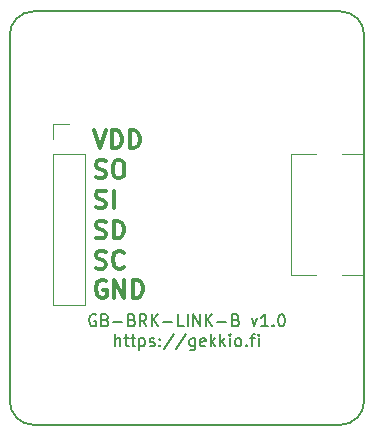
<source format=gbr>
G04 #@! TF.GenerationSoftware,KiCad,Pcbnew,5.0.2-bee76a0~70~ubuntu18.10.1*
G04 #@! TF.CreationDate,2019-01-14T00:12:33+02:00*
G04 #@! TF.ProjectId,GB-BRK-LINK-B,47422d42-524b-42d4-9c49-4e4b2d422e6b,v1.0*
G04 #@! TF.SameCoordinates,Original*
G04 #@! TF.FileFunction,Legend,Top*
G04 #@! TF.FilePolarity,Positive*
%FSLAX46Y46*%
G04 Gerber Fmt 4.6, Leading zero omitted, Abs format (unit mm)*
G04 Created by KiCad (PCBNEW 5.0.2-bee76a0~70~ubuntu18.10.1) date ma 14. tammikuuta 2019 00.12.33*
%MOMM*%
%LPD*%
G01*
G04 APERTURE LIST*
%ADD10C,0.150000*%
%ADD11C,0.300000*%
%ADD12C,0.200000*%
%ADD13C,0.120000*%
G04 APERTURE END LIST*
D10*
X52000000Y-85000000D02*
G75*
G02X50000000Y-83000000I0J2000000D01*
G01*
X80000000Y-83000000D02*
G75*
G02X78000000Y-85000000I-2000000J0D01*
G01*
X78000000Y-50000000D02*
G75*
G02X80000000Y-52000000I0J-2000000D01*
G01*
X50000000Y-52000000D02*
G75*
G02X52000000Y-50000000I2000000J0D01*
G01*
D11*
X58137857Y-72800000D02*
X57995000Y-72728571D01*
X57780714Y-72728571D01*
X57566428Y-72800000D01*
X57423571Y-72942857D01*
X57352142Y-73085714D01*
X57280714Y-73371428D01*
X57280714Y-73585714D01*
X57352142Y-73871428D01*
X57423571Y-74014285D01*
X57566428Y-74157142D01*
X57780714Y-74228571D01*
X57923571Y-74228571D01*
X58137857Y-74157142D01*
X58209285Y-74085714D01*
X58209285Y-73585714D01*
X57923571Y-73585714D01*
X58852142Y-74228571D02*
X58852142Y-72728571D01*
X59709285Y-74228571D01*
X59709285Y-72728571D01*
X60423571Y-74228571D02*
X60423571Y-72728571D01*
X60780714Y-72728571D01*
X60995000Y-72800000D01*
X61137857Y-72942857D01*
X61209285Y-73085714D01*
X61280714Y-73371428D01*
X61280714Y-73585714D01*
X61209285Y-73871428D01*
X61137857Y-74014285D01*
X60995000Y-74157142D01*
X60780714Y-74228571D01*
X60423571Y-74228571D01*
X57280714Y-71707142D02*
X57495000Y-71778571D01*
X57852142Y-71778571D01*
X57995000Y-71707142D01*
X58066428Y-71635714D01*
X58137857Y-71492857D01*
X58137857Y-71350000D01*
X58066428Y-71207142D01*
X57995000Y-71135714D01*
X57852142Y-71064285D01*
X57566428Y-70992857D01*
X57423571Y-70921428D01*
X57352142Y-70850000D01*
X57280714Y-70707142D01*
X57280714Y-70564285D01*
X57352142Y-70421428D01*
X57423571Y-70350000D01*
X57566428Y-70278571D01*
X57923571Y-70278571D01*
X58137857Y-70350000D01*
X59637857Y-71635714D02*
X59566428Y-71707142D01*
X59352142Y-71778571D01*
X59209285Y-71778571D01*
X58995000Y-71707142D01*
X58852142Y-71564285D01*
X58780714Y-71421428D01*
X58709285Y-71135714D01*
X58709285Y-70921428D01*
X58780714Y-70635714D01*
X58852142Y-70492857D01*
X58995000Y-70350000D01*
X59209285Y-70278571D01*
X59352142Y-70278571D01*
X59566428Y-70350000D01*
X59637857Y-70421428D01*
X57280714Y-69157142D02*
X57495000Y-69228571D01*
X57852142Y-69228571D01*
X57995000Y-69157142D01*
X58066428Y-69085714D01*
X58137857Y-68942857D01*
X58137857Y-68800000D01*
X58066428Y-68657142D01*
X57995000Y-68585714D01*
X57852142Y-68514285D01*
X57566428Y-68442857D01*
X57423571Y-68371428D01*
X57352142Y-68300000D01*
X57280714Y-68157142D01*
X57280714Y-68014285D01*
X57352142Y-67871428D01*
X57423571Y-67800000D01*
X57566428Y-67728571D01*
X57923571Y-67728571D01*
X58137857Y-67800000D01*
X58780714Y-69228571D02*
X58780714Y-67728571D01*
X59137857Y-67728571D01*
X59352142Y-67800000D01*
X59495000Y-67942857D01*
X59566428Y-68085714D01*
X59637857Y-68371428D01*
X59637857Y-68585714D01*
X59566428Y-68871428D01*
X59495000Y-69014285D01*
X59352142Y-69157142D01*
X59137857Y-69228571D01*
X58780714Y-69228571D01*
X57280714Y-66607142D02*
X57495000Y-66678571D01*
X57852142Y-66678571D01*
X57995000Y-66607142D01*
X58066428Y-66535714D01*
X58137857Y-66392857D01*
X58137857Y-66250000D01*
X58066428Y-66107142D01*
X57995000Y-66035714D01*
X57852142Y-65964285D01*
X57566428Y-65892857D01*
X57423571Y-65821428D01*
X57352142Y-65750000D01*
X57280714Y-65607142D01*
X57280714Y-65464285D01*
X57352142Y-65321428D01*
X57423571Y-65250000D01*
X57566428Y-65178571D01*
X57923571Y-65178571D01*
X58137857Y-65250000D01*
X58780714Y-66678571D02*
X58780714Y-65178571D01*
X57280714Y-64057142D02*
X57495000Y-64128571D01*
X57852142Y-64128571D01*
X57995000Y-64057142D01*
X58066428Y-63985714D01*
X58137857Y-63842857D01*
X58137857Y-63700000D01*
X58066428Y-63557142D01*
X57995000Y-63485714D01*
X57852142Y-63414285D01*
X57566428Y-63342857D01*
X57423571Y-63271428D01*
X57352142Y-63200000D01*
X57280714Y-63057142D01*
X57280714Y-62914285D01*
X57352142Y-62771428D01*
X57423571Y-62700000D01*
X57566428Y-62628571D01*
X57923571Y-62628571D01*
X58137857Y-62700000D01*
X59066428Y-62628571D02*
X59352142Y-62628571D01*
X59495000Y-62700000D01*
X59637857Y-62842857D01*
X59709285Y-63128571D01*
X59709285Y-63628571D01*
X59637857Y-63914285D01*
X59495000Y-64057142D01*
X59352142Y-64128571D01*
X59066428Y-64128571D01*
X58923571Y-64057142D01*
X58780714Y-63914285D01*
X58709285Y-63628571D01*
X58709285Y-63128571D01*
X58780714Y-62842857D01*
X58923571Y-62700000D01*
X59066428Y-62628571D01*
X57137857Y-60078571D02*
X57637857Y-61578571D01*
X58137857Y-60078571D01*
X58637857Y-61578571D02*
X58637857Y-60078571D01*
X58995000Y-60078571D01*
X59209285Y-60150000D01*
X59352142Y-60292857D01*
X59423571Y-60435714D01*
X59495000Y-60721428D01*
X59495000Y-60935714D01*
X59423571Y-61221428D01*
X59352142Y-61364285D01*
X59209285Y-61507142D01*
X58995000Y-61578571D01*
X58637857Y-61578571D01*
X60137857Y-61578571D02*
X60137857Y-60078571D01*
X60495000Y-60078571D01*
X60709285Y-60150000D01*
X60852142Y-60292857D01*
X60923571Y-60435714D01*
X60995000Y-60721428D01*
X60995000Y-60935714D01*
X60923571Y-61221428D01*
X60852142Y-61364285D01*
X60709285Y-61507142D01*
X60495000Y-61578571D01*
X60137857Y-61578571D01*
D12*
X57285714Y-75700000D02*
X57190476Y-75652380D01*
X57047619Y-75652380D01*
X56904761Y-75700000D01*
X56809523Y-75795238D01*
X56761904Y-75890476D01*
X56714285Y-76080952D01*
X56714285Y-76223809D01*
X56761904Y-76414285D01*
X56809523Y-76509523D01*
X56904761Y-76604761D01*
X57047619Y-76652380D01*
X57142857Y-76652380D01*
X57285714Y-76604761D01*
X57333333Y-76557142D01*
X57333333Y-76223809D01*
X57142857Y-76223809D01*
X58095238Y-76128571D02*
X58238095Y-76176190D01*
X58285714Y-76223809D01*
X58333333Y-76319047D01*
X58333333Y-76461904D01*
X58285714Y-76557142D01*
X58238095Y-76604761D01*
X58142857Y-76652380D01*
X57761904Y-76652380D01*
X57761904Y-75652380D01*
X58095238Y-75652380D01*
X58190476Y-75700000D01*
X58238095Y-75747619D01*
X58285714Y-75842857D01*
X58285714Y-75938095D01*
X58238095Y-76033333D01*
X58190476Y-76080952D01*
X58095238Y-76128571D01*
X57761904Y-76128571D01*
X58761904Y-76271428D02*
X59523809Y-76271428D01*
X60333333Y-76128571D02*
X60476190Y-76176190D01*
X60523809Y-76223809D01*
X60571428Y-76319047D01*
X60571428Y-76461904D01*
X60523809Y-76557142D01*
X60476190Y-76604761D01*
X60380952Y-76652380D01*
X60000000Y-76652380D01*
X60000000Y-75652380D01*
X60333333Y-75652380D01*
X60428571Y-75700000D01*
X60476190Y-75747619D01*
X60523809Y-75842857D01*
X60523809Y-75938095D01*
X60476190Y-76033333D01*
X60428571Y-76080952D01*
X60333333Y-76128571D01*
X60000000Y-76128571D01*
X61571428Y-76652380D02*
X61238095Y-76176190D01*
X61000000Y-76652380D02*
X61000000Y-75652380D01*
X61380952Y-75652380D01*
X61476190Y-75700000D01*
X61523809Y-75747619D01*
X61571428Y-75842857D01*
X61571428Y-75985714D01*
X61523809Y-76080952D01*
X61476190Y-76128571D01*
X61380952Y-76176190D01*
X61000000Y-76176190D01*
X62000000Y-76652380D02*
X62000000Y-75652380D01*
X62571428Y-76652380D02*
X62142857Y-76080952D01*
X62571428Y-75652380D02*
X62000000Y-76223809D01*
X63000000Y-76271428D02*
X63761904Y-76271428D01*
X64714285Y-76652380D02*
X64238095Y-76652380D01*
X64238095Y-75652380D01*
X65047619Y-76652380D02*
X65047619Y-75652380D01*
X65523809Y-76652380D02*
X65523809Y-75652380D01*
X66095238Y-76652380D01*
X66095238Y-75652380D01*
X66571428Y-76652380D02*
X66571428Y-75652380D01*
X67142857Y-76652380D02*
X66714285Y-76080952D01*
X67142857Y-75652380D02*
X66571428Y-76223809D01*
X67571428Y-76271428D02*
X68333333Y-76271428D01*
X69142857Y-76128571D02*
X69285714Y-76176190D01*
X69333333Y-76223809D01*
X69380952Y-76319047D01*
X69380952Y-76461904D01*
X69333333Y-76557142D01*
X69285714Y-76604761D01*
X69190476Y-76652380D01*
X68809523Y-76652380D01*
X68809523Y-75652380D01*
X69142857Y-75652380D01*
X69238095Y-75700000D01*
X69285714Y-75747619D01*
X69333333Y-75842857D01*
X69333333Y-75938095D01*
X69285714Y-76033333D01*
X69238095Y-76080952D01*
X69142857Y-76128571D01*
X68809523Y-76128571D01*
X70476190Y-75985714D02*
X70714285Y-76652380D01*
X70952380Y-75985714D01*
X71857142Y-76652380D02*
X71285714Y-76652380D01*
X71571428Y-76652380D02*
X71571428Y-75652380D01*
X71476190Y-75795238D01*
X71380952Y-75890476D01*
X71285714Y-75938095D01*
X72285714Y-76557142D02*
X72333333Y-76604761D01*
X72285714Y-76652380D01*
X72238095Y-76604761D01*
X72285714Y-76557142D01*
X72285714Y-76652380D01*
X72952380Y-75652380D02*
X73047619Y-75652380D01*
X73142857Y-75700000D01*
X73190476Y-75747619D01*
X73238095Y-75842857D01*
X73285714Y-76033333D01*
X73285714Y-76271428D01*
X73238095Y-76461904D01*
X73190476Y-76557142D01*
X73142857Y-76604761D01*
X73047619Y-76652380D01*
X72952380Y-76652380D01*
X72857142Y-76604761D01*
X72809523Y-76557142D01*
X72761904Y-76461904D01*
X72714285Y-76271428D01*
X72714285Y-76033333D01*
X72761904Y-75842857D01*
X72809523Y-75747619D01*
X72857142Y-75700000D01*
X72952380Y-75652380D01*
X58928571Y-78352380D02*
X58928571Y-77352380D01*
X59357142Y-78352380D02*
X59357142Y-77828571D01*
X59309523Y-77733333D01*
X59214285Y-77685714D01*
X59071428Y-77685714D01*
X58976190Y-77733333D01*
X58928571Y-77780952D01*
X59690476Y-77685714D02*
X60071428Y-77685714D01*
X59833333Y-77352380D02*
X59833333Y-78209523D01*
X59880952Y-78304761D01*
X59976190Y-78352380D01*
X60071428Y-78352380D01*
X60261904Y-77685714D02*
X60642857Y-77685714D01*
X60404761Y-77352380D02*
X60404761Y-78209523D01*
X60452380Y-78304761D01*
X60547619Y-78352380D01*
X60642857Y-78352380D01*
X60976190Y-77685714D02*
X60976190Y-78685714D01*
X60976190Y-77733333D02*
X61071428Y-77685714D01*
X61261904Y-77685714D01*
X61357142Y-77733333D01*
X61404761Y-77780952D01*
X61452380Y-77876190D01*
X61452380Y-78161904D01*
X61404761Y-78257142D01*
X61357142Y-78304761D01*
X61261904Y-78352380D01*
X61071428Y-78352380D01*
X60976190Y-78304761D01*
X61833333Y-78304761D02*
X61928571Y-78352380D01*
X62119047Y-78352380D01*
X62214285Y-78304761D01*
X62261904Y-78209523D01*
X62261904Y-78161904D01*
X62214285Y-78066666D01*
X62119047Y-78019047D01*
X61976190Y-78019047D01*
X61880952Y-77971428D01*
X61833333Y-77876190D01*
X61833333Y-77828571D01*
X61880952Y-77733333D01*
X61976190Y-77685714D01*
X62119047Y-77685714D01*
X62214285Y-77733333D01*
X62690476Y-78257142D02*
X62738095Y-78304761D01*
X62690476Y-78352380D01*
X62642857Y-78304761D01*
X62690476Y-78257142D01*
X62690476Y-78352380D01*
X62690476Y-77733333D02*
X62738095Y-77780952D01*
X62690476Y-77828571D01*
X62642857Y-77780952D01*
X62690476Y-77733333D01*
X62690476Y-77828571D01*
X63880952Y-77304761D02*
X63023809Y-78590476D01*
X64928571Y-77304761D02*
X64071428Y-78590476D01*
X65690476Y-77685714D02*
X65690476Y-78495238D01*
X65642857Y-78590476D01*
X65595238Y-78638095D01*
X65499999Y-78685714D01*
X65357142Y-78685714D01*
X65261904Y-78638095D01*
X65690476Y-78304761D02*
X65595238Y-78352380D01*
X65404761Y-78352380D01*
X65309523Y-78304761D01*
X65261904Y-78257142D01*
X65214285Y-78161904D01*
X65214285Y-77876190D01*
X65261904Y-77780952D01*
X65309523Y-77733333D01*
X65404761Y-77685714D01*
X65595238Y-77685714D01*
X65690476Y-77733333D01*
X66547619Y-78304761D02*
X66452380Y-78352380D01*
X66261904Y-78352380D01*
X66166666Y-78304761D01*
X66119047Y-78209523D01*
X66119047Y-77828571D01*
X66166666Y-77733333D01*
X66261904Y-77685714D01*
X66452380Y-77685714D01*
X66547619Y-77733333D01*
X66595238Y-77828571D01*
X66595238Y-77923809D01*
X66119047Y-78019047D01*
X67023809Y-78352380D02*
X67023809Y-77352380D01*
X67119047Y-77971428D02*
X67404761Y-78352380D01*
X67404761Y-77685714D02*
X67023809Y-78066666D01*
X67833333Y-78352380D02*
X67833333Y-77352380D01*
X67928571Y-77971428D02*
X68214285Y-78352380D01*
X68214285Y-77685714D02*
X67833333Y-78066666D01*
X68642857Y-78352380D02*
X68642857Y-77685714D01*
X68642857Y-77352380D02*
X68595238Y-77400000D01*
X68642857Y-77447619D01*
X68690476Y-77400000D01*
X68642857Y-77352380D01*
X68642857Y-77447619D01*
X69261904Y-78352380D02*
X69166666Y-78304761D01*
X69119047Y-78257142D01*
X69071428Y-78161904D01*
X69071428Y-77876190D01*
X69119047Y-77780952D01*
X69166666Y-77733333D01*
X69261904Y-77685714D01*
X69404761Y-77685714D01*
X69500000Y-77733333D01*
X69547619Y-77780952D01*
X69595238Y-77876190D01*
X69595238Y-78161904D01*
X69547619Y-78257142D01*
X69500000Y-78304761D01*
X69404761Y-78352380D01*
X69261904Y-78352380D01*
X70023809Y-78257142D02*
X70071428Y-78304761D01*
X70023809Y-78352380D01*
X69976190Y-78304761D01*
X70023809Y-78257142D01*
X70023809Y-78352380D01*
X70357142Y-77685714D02*
X70738095Y-77685714D01*
X70500000Y-78352380D02*
X70500000Y-77495238D01*
X70547619Y-77400000D01*
X70642857Y-77352380D01*
X70738095Y-77352380D01*
X71071428Y-78352380D02*
X71071428Y-77685714D01*
X71071428Y-77352380D02*
X71023809Y-77400000D01*
X71071428Y-77447619D01*
X71119047Y-77400000D01*
X71071428Y-77352380D01*
X71071428Y-77447619D01*
D10*
X52000000Y-85000000D02*
X78000000Y-85000000D01*
X80000000Y-52000000D02*
X80000000Y-83000000D01*
X52000000Y-50000000D02*
X78000000Y-50000000D01*
X50000000Y-52000000D02*
X50000000Y-83000000D01*
D13*
G04 #@! TO.C,J2*
X79800000Y-62100000D02*
X78100000Y-62100000D01*
X75900000Y-62100000D02*
X73800000Y-62100000D01*
X73800000Y-62100000D02*
X73800000Y-72300000D01*
X73800000Y-72300000D02*
X75900000Y-72300000D01*
X78100000Y-72300000D02*
X79800000Y-72300000D01*
G04 #@! TO.C,J1*
X53670000Y-74880000D02*
X56330000Y-74880000D01*
X53670000Y-62120000D02*
X53670000Y-74880000D01*
X56330000Y-62120000D02*
X56330000Y-74880000D01*
X53670000Y-62120000D02*
X56330000Y-62120000D01*
X53670000Y-60850000D02*
X53670000Y-59520000D01*
X53670000Y-59520000D02*
X55000000Y-59520000D01*
G04 #@! TD*
M02*

</source>
